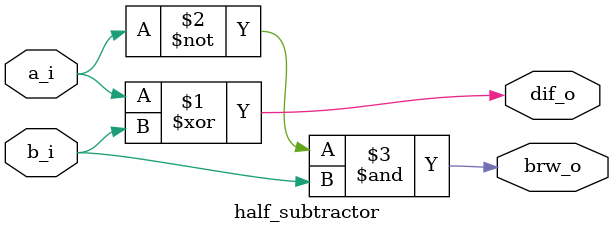
<source format=sv>


module half_subtractor(
    input logic a_i,
    input logic b_i,
    output logic dif_o,
    output logic brw_o
    );
    

assign dif_o = a_i ^ b_i; 
assign brw_o = ~a_i & b_i;

endmodule

</source>
